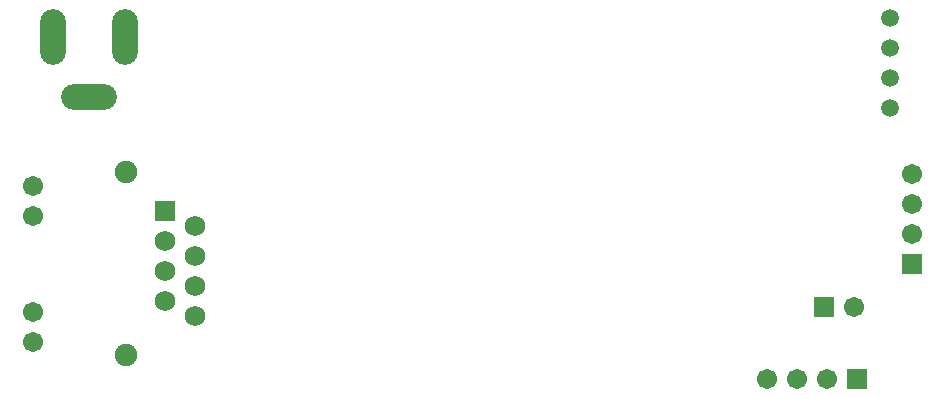
<source format=gbs>
%FSLAX25Y25*%
%MOIN*%
G70*
G01*
G75*
G04 Layer_Color=16711935*
%ADD10C,0.02000*%
%ADD11R,0.04331X0.03937*%
%ADD12R,0.05118X0.05906*%
%ADD13R,0.09843X0.07087*%
%ADD14R,0.03937X0.04331*%
%ADD15R,0.07087X0.09843*%
%ADD16R,0.14173X0.09843*%
%ADD17R,0.06000X0.06000*%
%ADD18O,0.08661X0.02362*%
%ADD19R,0.06102X0.13583*%
%ADD20R,0.06102X0.04331*%
%ADD21R,0.06102X0.04331*%
%ADD22O,0.08268X0.01181*%
%ADD23O,0.01181X0.08268*%
%ADD24R,0.01496X0.08661*%
%ADD25O,0.17323X0.05906*%
%ADD26C,0.01500*%
%ADD27C,0.01000*%
%ADD28C,0.00800*%
%ADD29C,0.05000*%
%ADD30C,0.05118*%
%ADD31R,0.05906X0.05906*%
%ADD32C,0.05906*%
%ADD33O,0.17716X0.07874*%
%ADD34O,0.07874X0.17716*%
%ADD35C,0.05906*%
%ADD36C,0.06000*%
%ADD37C,0.06693*%
%ADD38R,0.05906X0.05906*%
%ADD39C,0.05000*%
%ADD40C,0.04000*%
%ADD41C,0.00787*%
%ADD42C,0.00984*%
%ADD43C,0.02362*%
%ADD44C,0.00600*%
%ADD45C,0.01200*%
%ADD46R,0.05131X0.04737*%
%ADD47R,0.05918X0.06706*%
%ADD48R,0.10642X0.07887*%
%ADD49R,0.04737X0.05131*%
%ADD50R,0.07887X0.10642*%
%ADD51R,0.14973X0.10642*%
%ADD52R,0.06800X0.06800*%
%ADD53O,0.09461X0.03162*%
%ADD54R,0.06902X0.14383*%
%ADD55R,0.06902X0.05131*%
%ADD56R,0.06902X0.05131*%
%ADD57O,0.09068X0.01981*%
%ADD58O,0.01981X0.09068*%
%ADD59R,0.02296X0.09461*%
%ADD60O,0.18123X0.06706*%
%ADD61C,0.05918*%
%ADD62R,0.06706X0.06706*%
%ADD63C,0.06706*%
%ADD64O,0.18517X0.08674*%
%ADD65O,0.08674X0.18517*%
%ADD66C,0.06706*%
%ADD67C,0.06800*%
%ADD68C,0.07493*%
%ADD69R,0.06706X0.06706*%
D52*
X184500Y418520D02*
D03*
D61*
X426000Y453000D02*
D03*
Y463000D02*
D03*
Y473000D02*
D03*
Y483000D02*
D03*
D62*
X415000Y362500D02*
D03*
X404000Y386500D02*
D03*
D63*
X405000Y362500D02*
D03*
X395000D02*
D03*
X385000D02*
D03*
X140209Y375016D02*
D03*
Y426984D02*
D03*
X414000Y386500D02*
D03*
X433500Y431000D02*
D03*
Y421000D02*
D03*
Y411000D02*
D03*
D64*
X159000Y456500D02*
D03*
D65*
X147000Y476500D02*
D03*
X171000D02*
D03*
D66*
X140209Y417000D02*
D03*
Y385000D02*
D03*
D67*
X184500Y388520D02*
D03*
X194500Y393520D02*
D03*
X184500Y408520D02*
D03*
X194500Y413520D02*
D03*
Y403520D02*
D03*
X184500Y398520D02*
D03*
X194500Y383520D02*
D03*
D68*
X171500Y431512D02*
D03*
Y370488D02*
D03*
D69*
X433500Y401000D02*
D03*
M02*

</source>
